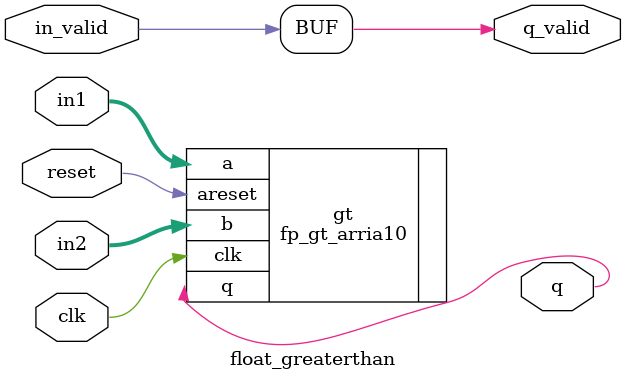
<source format=sv>
`include "pipearch_common.vh"

module float_greaterthan
(
    input logic clk,
    input logic reset,
    input logic [31:0] in1,
    input logic [31:0] in2,
    input logic in_valid,
    output logic q,
    output logic q_valid
);

`ifdef XILINX
    
`else
    fp_gt_arria10
    gt (
        .clk(clk),
        .areset(reset),
        .a(in1),
        .b(in2),
        .q(q));
    assign q_valid = in_valid;
    // localparam LATENCY = 3;
    // logic [LATENCY-1:0] status = 0;
    // always_ff @(posedge clk)
    // begin
    //     status[0] <= in_valid;
    //     for (int i = 1; i < LATENCY; i++)
    //     begin
    //         status[i] <= status[i-1];
    //     end
    // end
    // assign q_valid = status[LATENCY-1];
`endif

endmodule // float_greaterthan
</source>
